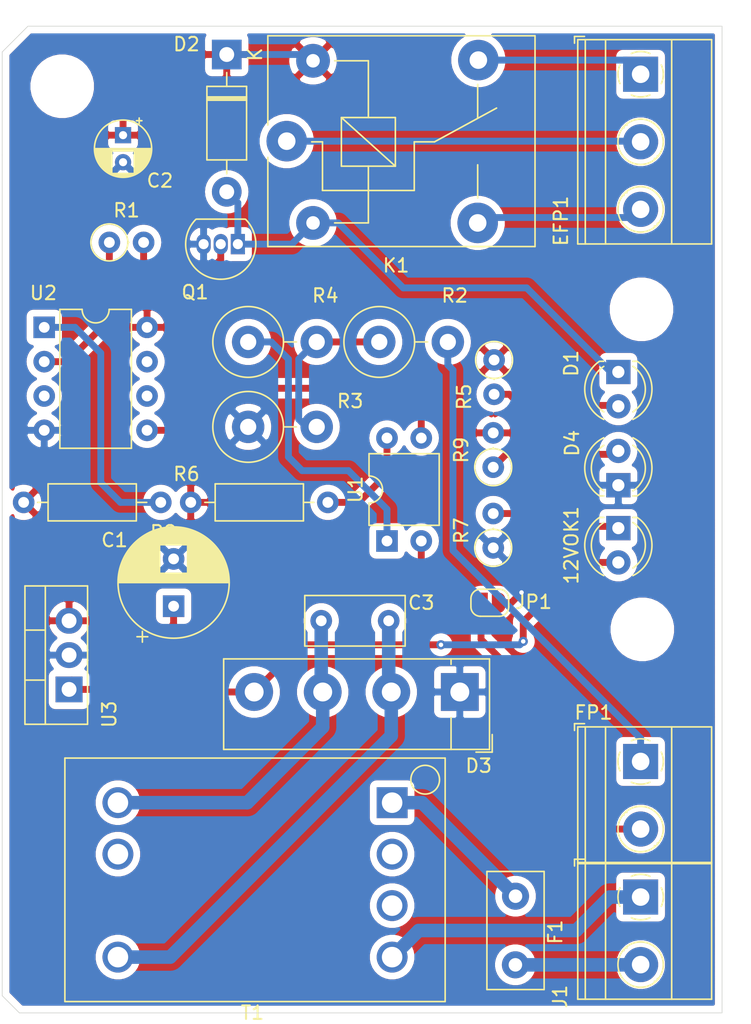
<source format=kicad_pcb>
(kicad_pcb (version 20171130) (host pcbnew "(5.1.4)-1")
  (layers (0 F.Cu signal) (31 B.Cu signal) (34 B.Paste user) (35 F.Paste user) (36 B.SilkS user) (37 F.SilkS user) (38 B.Mask user) (39 F.Mask user) (44 Edge.Cuts user))
  (net 0 "")
  (net 1 "Net-(12VOK1-Pad1)")
  (net 2 +12V)
  (net 3 GND)
  (net 4 +5V)
  (net 5 "Net-(D1-Pad2)")
  (net 6 "Net-(D1-Pad1)")
  (net 7 /ACN)
  (net 8 /ACL)
  (net 9 "Net-(D4-Pad2)")
  (net 10 "Net-(EFP1-Pad1)")
  (net 11 "Net-(EFP1-Pad2)")
  (net 12 "Net-(EFP1-Pad3)")
  (net 13 "Net-(FP1-Pad1)")
  (net 14 "Net-(FP1-Pad2)")
  (net 15 MOSI)
  (net 16 Reset)
  (net 17 "Net-(Q1-Pad2)")
  (net 18 /Relay)
  (net 19 "Net-(R2-Pad1)")
  (net 20 "Net-(R4-Pad1)")
  (net 21 "Net-(R6-Pad1)")
  (net 22 /ACL_2)
  (net 23 /ACN_2)
  (net 24 "Net-(F1-Pad1)")
  (module MountingHole:MountingHole_3.7mm (layer F.Cu) (at 99.695 67.945)
    (fp_text reference REF** hide)
    (fp_text value MountingHole_3.7mm hide)
    (pad 1 np_thru_hole circle (at 0 0) (size 3.7 3.7) (drill 3.7) (layers *.Cu *.Mask))
  )
  (module MountingHole:MountingHole_3.7mm (layer F.Cu) (at 142.6845 108.1405)
    (fp_text reference REF** hide)
    (fp_text value MountingHole_3.7mm)
    (pad 1 np_thru_hole circle (at 0 0) (size 3.7 3.7) (drill 3.7) (layers *.Cu *.Mask))
  )
  (module MountingHole:MountingHole_3.7mm (layer F.Cu) (at 142.621 84.455)
    (fp_text reference REF** hide)
    (fp_text value MountingHole_3.7mm)
    (pad 1 np_thru_hole circle (at 0 0) (size 3.7 3.7) (drill 3.7) (layers *.Cu *.Mask))
  )
  (module LED_THT:LED_D4.0mm (layer F.Cu) (at 140.9065 100.6475 270)
    (fp_text reference 12VOK1 (at 1.27 3.479499 90) (layer F.SilkS))
    (fp_text value Blue)
    (pad 1 thru_hole rect (at 0 0 270) (size 1.8 1.8) (drill 0.9) (layers *.Cu *.Mask) (net 1 "Net-(12VOK1-Pad1)"))
    (pad 2 thru_hole circle (at 2.54 0 270) (size 1.8 1.8) (drill 0.9) (layers *.Cu *.Mask) (net 2 +12V))
  )
  (module Capacitor_THT:CP_Radial_D8.0mm_P3.50mm (layer F.Cu) (at 107.95 106.426 90)
    (fp_text reference C1 (at 4.8895 -4.3815 180) (layer F.SilkS))
    (fp_text value "100uF 35V")
    (pad 1 thru_hole rect (at 0 0 90) (size 1.6 1.6) (drill 0.8) (layers *.Cu *.Mask) (net 2 +12V))
    (pad 2 thru_hole circle (at 3.5 0 90) (size 1.6 1.6) (drill 0.8) (layers *.Cu *.Mask) (net 3 GND))
  )
  (module Capacitor_THT:CP_Radial_D4.0mm_P2.00mm (layer F.Cu) (at 104.2035 71.5645 270)
    (fp_text reference C2 (at 3.3655 -2.7305 180) (layer F.SilkS))
    (fp_text value "10uF 35V")
    (pad 1 thru_hole rect (at 0 0 270) (size 1.2 1.2) (drill 0.6) (layers *.Cu *.Mask) (net 4 +5V))
    (pad 2 thru_hole circle (at 2 0 270) (size 1.2 1.2) (drill 0.6) (layers *.Cu *.Mask) (net 3 GND))
  )
  (module LED_THT:LED_D4.0mm (layer F.Cu) (at 140.9065 89.0905 270)
    (fp_text reference D1 (at -0.635 3.4925 90) (layer F.SilkS))
    (fp_text value Red)
    (pad 2 thru_hole circle (at 2.54 0 270) (size 1.8 1.8) (drill 0.9) (layers *.Cu *.Mask) (net 5 "Net-(D1-Pad2)"))
    (pad 1 thru_hole rect (at 0 0 270) (size 1.8 1.8) (drill 0.9) (layers *.Cu *.Mask) (net 6 "Net-(D1-Pad1)"))
  )
  (module Diode_THT:D_DO-41_SOD81_P10.16mm_Horizontal (layer F.Cu) (at 111.887 65.5955 270)
    (fp_text reference D2 (at -0.762 2.9845 180) (layer F.SilkS))
    (fp_text value 1N4001)
    (fp_text user K (at 0 -2.1 90) (layer F.SilkS))
    (pad 1 thru_hole rect (at 0 0 270) (size 2.2 2.2) (drill 1.1) (layers *.Cu *.Mask) (net 4 +5V))
    (pad 2 thru_hole oval (at 10.16 0 270) (size 2.2 2.2) (drill 1.1) (layers *.Cu *.Mask) (net 6 "Net-(D1-Pad1)"))
  )
  (module Diode_THT:Diode_Bridge_Vishay_KBL (layer F.Cu) (at 129.159 112.776 180)
    (fp_text reference D3 (at -1.397 -5.461) (layer F.SilkS))
    (fp_text value D_Bridge_-AA+)
    (pad 4 thru_hole circle (at 15.24 0 180) (size 2.8 2.8) (drill 1.4) (layers *.Cu *.Mask) (net 2 +12V))
    (pad 3 thru_hole circle (at 10.16 0 180) (size 2.8 2.8) (drill 1.4) (layers *.Cu *.Mask) (net 23 /ACN_2))
    (pad 2 thru_hole circle (at 5.08 0 180) (size 2.8 2.8) (drill 1.4) (layers *.Cu *.Mask) (net 22 /ACL_2))
    (pad 1 thru_hole rect (at 0 0 180) (size 2.8 2.8) (drill 1.4) (layers *.Cu *.Mask) (net 3 GND))
  )
  (module LED_THT:LED_D4.0mm (layer F.Cu) (at 140.9065 97.4725 90)
    (fp_text reference D4 (at 3.1115 -3.429 90) (layer F.SilkS))
    (fp_text value Green)
    (pad 1 thru_hole rect (at 0 0 90) (size 1.8 1.8) (drill 0.9) (layers *.Cu *.Mask) (net 3 GND))
    (pad 2 thru_hole circle (at 2.54 0 90) (size 1.8 1.8) (drill 0.9) (layers *.Cu *.Mask) (net 9 "Net-(D4-Pad2)"))
  )
  (module TerminalBlock_Phoenix:TerminalBlock_Phoenix_MKDS-1,5-3_1x03_P5.00mm_Horizontal (layer F.Cu) (at 142.5575 67.056 270)
    (fp_text reference EFP1 (at 10.8585 5.9055 90) (layer F.SilkS))
    (fp_text value Output)
    (pad 1 thru_hole rect (at 0 0 270) (size 2.6 2.6) (drill 1.3) (layers *.Cu *.Mask) (net 10 "Net-(EFP1-Pad1)"))
    (pad 2 thru_hole circle (at 5 0 270) (size 2.6 2.6) (drill 1.3) (layers *.Cu *.Mask) (net 11 "Net-(EFP1-Pad2)"))
    (pad 3 thru_hole circle (at 10 0 270) (size 2.6 2.6) (drill 1.3) (layers *.Cu *.Mask) (net 12 "Net-(EFP1-Pad3)"))
  )
  (module TerminalBlock_Phoenix:TerminalBlock_Phoenix_MKDS-1,5-2_1x02_P5.00mm_Horizontal (layer F.Cu) (at 142.5575 117.9195 270)
    (fp_text reference FP1 (at -3.6195 3.4925 180) (layer F.SilkS))
    (fp_text value Input)
    (pad 1 thru_hole rect (at 0 0 270) (size 2.6 2.6) (drill 1.3) (layers *.Cu *.Mask) (net 13 "Net-(FP1-Pad1)"))
    (pad 2 thru_hole circle (at 5 0 270) (size 2.6 2.6) (drill 1.3) (layers *.Cu *.Mask) (net 14 "Net-(FP1-Pad2)"))
  )
  (module TerminalBlock_Phoenix:TerminalBlock_Phoenix_MKDS-1,5-2_1x02_P5.00mm_Horizontal (layer F.Cu) (at 142.5575 127.9525 270)
    (fp_text reference J1 (at 7.366 5.969 90) (layer F.SilkS))
    (fp_text value AC_IN)
    (pad 2 thru_hole circle (at 5 0 270) (size 2.6 2.6) (drill 1.3) (layers *.Cu *.Mask) (net 8 /ACL))
    (pad 1 thru_hole rect (at 0 0 270) (size 2.6 2.6) (drill 1.3) (layers *.Cu *.Mask) (net 7 /ACN))
  )
  (module Jumper:SolderJumper-2_P1.3mm_Open_RoundedPad1.0x1.5mm (layer F.Cu) (at 131.3815 106.172)
    (fp_text reference JP1 (at 3.2385 -0.0635) (layer F.SilkS))
    (fp_text value GROUND)
    (pad 1 smd custom (at -0.65 0) (size 1 0.5) (layers F.Cu F.Mask) (net 14 "Net-(FP1-Pad2)") (options (clearance outline) (anchor rect)) (primitives (gr_circle (center 0 0.25) (end 0.5 0.25) (width 0)) (gr_circle (center 0 -0.25) (end 0.5 -0.25) (width 0)) (gr_poly (pts (xy 0 -0.75) (xy 0.5 -0.75) (xy 0.5 0.75) (xy 0 0.75)) (width 0))))
    (pad 2 smd custom (at 0.65 0) (size 1 0.5) (layers F.Cu F.Mask) (net 3 GND) (options (clearance outline) (anchor rect)) (primitives (gr_circle (center 0 0.25) (end 0.5 0.25) (width 0)) (gr_circle (center 0 -0.25) (end 0.5 -0.25) (width 0)) (gr_poly (pts (xy 0 -0.75) (xy -0.5 -0.75) (xy -0.5 0.75) (xy 0 0.75)) (width 0))))
  )
  (module Relay_THT:Relay_SPDT_SANYOU_SRD_Series_Form_C (layer F.Cu) (at 116.332 72.009)
    (fp_text reference K1 (at 8.1 9.2) (layer F.SilkS))
    (fp_text value SANYOU_SRD_Form_C)
    (pad 2 thru_hole circle (at 1.95 6.05 90) (size 2.5 2.5) (drill 1) (layers *.Cu *.Mask) (net 6 "Net-(D1-Pad1)"))
    (pad 3 thru_hole circle (at 14.15 6.05 90) (size 3 3) (drill 1.3) (layers *.Cu *.Mask) (net 12 "Net-(EFP1-Pad3)"))
    (pad 4 thru_hole circle (at 14.2 -6 90) (size 3 3) (drill 1.3) (layers *.Cu *.Mask) (net 10 "Net-(EFP1-Pad1)"))
    (pad 5 thru_hole circle (at 1.95 -5.95 90) (size 2.5 2.5) (drill 1) (layers *.Cu *.Mask) (net 4 +5V))
    (pad 1 thru_hole circle (at 0 0 90) (size 3 3) (drill 1.3) (layers *.Cu *.Mask) (net 11 "Net-(EFP1-Pad2)"))
  )
  (module Package_TO_SOT_THT:TO-92_Inline (layer F.Cu) (at 112.7125 79.629 180)
    (fp_text reference Q1 (at 3.175 -3.56) (layer F.SilkS))
    (fp_text value BC547)
    (pad 2 thru_hole oval (at 1.27 0 180) (size 1.05 1.5) (drill 0.75) (layers *.Cu *.Mask) (net 17 "Net-(Q1-Pad2)"))
    (pad 3 thru_hole oval (at 2.54 0 180) (size 1.05 1.5) (drill 0.75) (layers *.Cu *.Mask) (net 3 GND))
    (pad 1 thru_hole rect (at 0 0 180) (size 1.05 1.5) (drill 0.75) (layers *.Cu *.Mask) (net 6 "Net-(D1-Pad1)"))
  )
  (module Resistor_THT:R_Axial_DIN0516_L15.5mm_D5.0mm_P5.08mm_Vertical (layer F.Cu) (at 123.19 86.868)
    (fp_text reference R2 (at 5.588 -3.429) (layer F.SilkS))
    (fp_text value "2K 1/2W")
    (pad 1 thru_hole circle (at 0 0) (size 2.4 2.4) (drill 1.2) (layers *.Cu *.Mask) (net 19 "Net-(R2-Pad1)"))
    (pad 2 thru_hole oval (at 5.08 0) (size 2.4 2.4) (drill 1.2) (layers *.Cu *.Mask) (net 13 "Net-(FP1-Pad1)"))
  )
  (module Resistor_THT:R_Axial_DIN0207_L6.3mm_D2.5mm_P2.54mm_Vertical (layer F.Cu) (at 131.699 88.2015 270)
    (fp_text reference R5 (at 2.7305 2.2225 90) (layer F.SilkS))
    (fp_text value 330)
    (pad 2 thru_hole oval (at 2.54 0 270) (size 1.6 1.6) (drill 0.8) (layers *.Cu *.Mask) (net 5 "Net-(D1-Pad2)"))
    (pad 1 thru_hole circle (at 0 0 270) (size 1.6 1.6) (drill 0.8) (layers *.Cu *.Mask) (net 4 +5V))
  )
  (module Resistor_THT:R_Axial_DIN0207_L6.3mm_D2.5mm_P10.16mm_Horizontal (layer F.Cu) (at 119.38 98.7425 180)
    (fp_text reference R6 (at 10.4775 2.0955) (layer F.SilkS))
    (fp_text value 4.7K)
    (pad 2 thru_hole oval (at 10.16 0 180) (size 1.6 1.6) (drill 0.8) (layers *.Cu *.Mask) (net 4 +5V))
    (pad 1 thru_hole circle (at 0 0 180) (size 1.6 1.6) (drill 0.8) (layers *.Cu *.Mask) (net 21 "Net-(R6-Pad1)"))
  )
  (module Resistor_THT:R_Axial_DIN0207_L6.3mm_D2.5mm_P2.54mm_Vertical (layer F.Cu) (at 131.6355 102.108 90)
    (fp_text reference R7 (at 1.27 -2.37 90) (layer F.SilkS))
    (fp_text value 330)
    (pad 1 thru_hole circle (at 0 0 90) (size 1.6 1.6) (drill 0.8) (layers *.Cu *.Mask) (net 3 GND))
    (pad 2 thru_hole oval (at 2.54 0 90) (size 1.6 1.6) (drill 0.8) (layers *.Cu *.Mask) (net 1 "Net-(12VOK1-Pad1)"))
  )
  (module Resistor_THT:R_Axial_DIN0207_L6.3mm_D2.5mm_P10.16mm_Horizontal (layer F.Cu) (at 96.8375 98.7425)
    (fp_text reference R8 (at 10.3505 2.2225) (layer F.SilkS))
    (fp_text value 10K)
    (pad 1 thru_hole circle (at 0 0) (size 1.6 1.6) (drill 0.8) (layers *.Cu *.Mask) (net 4 +5V))
    (pad 2 thru_hole oval (at 10.16 0) (size 1.6 1.6) (drill 0.8) (layers *.Cu *.Mask) (net 16 Reset))
  )
  (module Resistor_THT:R_Axial_DIN0207_L6.3mm_D2.5mm_P2.54mm_Vertical (layer F.Cu) (at 131.6355 96.139 90)
    (fp_text reference R9 (at 1.27 -2.37 90) (layer F.SilkS))
    (fp_text value 330)
    (pad 1 thru_hole circle (at 0 0 90) (size 1.6 1.6) (drill 0.8) (layers *.Cu *.Mask) (net 9 "Net-(D4-Pad2)"))
    (pad 2 thru_hole oval (at 2.54 0 90) (size 1.6 1.6) (drill 0.8) (layers *.Cu *.Mask) (net 4 +5V))
  )
  (module Package_DIP:DIP-4_W7.62mm (layer F.Cu) (at 123.7615 101.6 90)
    (fp_text reference U1 (at 3.81 -2.33 90) (layer F.SilkS))
    (fp_text value PC817)
    (pad 1 thru_hole rect (at 0 0 90) (size 1.6 1.6) (drill 0.8) (layers *.Cu *.Mask) (net 20 "Net-(R4-Pad1)"))
    (pad 3 thru_hole oval (at 7.62 2.54 90) (size 1.6 1.6) (drill 0.8) (layers *.Cu *.Mask) (net 15 MOSI))
    (pad 2 thru_hole oval (at 0 2.54 90) (size 1.6 1.6) (drill 0.8) (layers *.Cu *.Mask) (net 14 "Net-(FP1-Pad2)"))
    (pad 4 thru_hole oval (at 7.62 0 90) (size 1.6 1.6) (drill 0.8) (layers *.Cu *.Mask) (net 21 "Net-(R6-Pad1)"))
  )
  (module Package_DIP:DIP-8_W7.62mm (layer F.Cu) (at 98.3615 85.7885)
    (fp_text reference U2 (at -0.0635 -2.54) (layer F.SilkS))
    (fp_text value ATtiny13-20PU)
    (pad 1 thru_hole rect (at 0 0) (size 1.6 1.6) (drill 0.8) (layers *.Cu *.Mask) (net 16 Reset))
    (pad 5 thru_hole oval (at 7.62 7.62) (size 1.6 1.6) (drill 0.8) (layers *.Cu *.Mask) (net 15 MOSI))
    (pad 2 thru_hole oval (at 0 2.54) (size 1.6 1.6) (drill 0.8) (layers *.Cu *.Mask) (net 18 /Relay))
    (pad 6 thru_hole oval (at 7.62 5.08) (size 1.6 1.6) (drill 0.8) (layers *.Cu *.Mask))
    (pad 3 thru_hole oval (at 0 5.08) (size 1.6 1.6) (drill 0.8) (layers *.Cu *.Mask))
    (pad 7 thru_hole oval (at 7.62 2.54) (size 1.6 1.6) (drill 0.8) (layers *.Cu *.Mask))
    (pad 4 thru_hole oval (at 0 7.62) (size 1.6 1.6) (drill 0.8) (layers *.Cu *.Mask) (net 3 GND))
    (pad 8 thru_hole oval (at 7.62 0) (size 1.6 1.6) (drill 0.8) (layers *.Cu *.Mask) (net 4 +5V))
  )
  (module Package_TO_SOT_THT:TO-220-3_Vertical (layer F.Cu) (at 100.203 112.5855 90)
    (fp_text reference U3 (at -1.8415 2.9845 90) (layer F.SilkS))
    (fp_text value LM7805_TO220)
    (pad 1 thru_hole rect (at 0 0 90) (size 1.905 2) (drill 1.1) (layers *.Cu *.Mask) (net 2 +12V))
    (pad 2 thru_hole oval (at 2.54 0 90) (size 1.905 2) (drill 1.1) (layers *.Cu *.Mask) (net 3 GND))
    (pad 3 thru_hole oval (at 5.08 0 90) (size 1.905 2) (drill 1.1) (layers *.Cu *.Mask) (net 4 +5V))
  )
  (module Resistor_THT:R_Axial_DIN0516_L15.5mm_D5.0mm_P5.08mm_Vertical (layer F.Cu) (at 113.4745 93.1545)
    (fp_text reference R3 (at 7.5565 -1.905) (layer F.SilkS))
    (fp_text value "1K 1/2W")
    (pad 2 thru_hole oval (at 5.08 0) (size 2.4 2.4) (drill 1.2) (layers *.Cu *.Mask) (net 19 "Net-(R2-Pad1)"))
    (pad 1 thru_hole circle (at 0 0) (size 2.4 2.4) (drill 1.2) (layers *.Cu *.Mask) (net 3 GND))
  )
  (module Resistor_THT:R_Axial_DIN0516_L15.5mm_D5.0mm_P5.08mm_Vertical (layer F.Cu) (at 113.4745 86.868)
    (fp_text reference R4 (at 5.715 -3.429) (layer F.SilkS))
    (fp_text value "10K 1/2W")
    (pad 1 thru_hole circle (at 0 0) (size 2.4 2.4) (drill 1.2) (layers *.Cu *.Mask) (net 20 "Net-(R4-Pad1)"))
    (pad 2 thru_hole oval (at 5.08 0) (size 2.4 2.4) (drill 1.2) (layers *.Cu *.Mask) (net 19 "Net-(R2-Pad1)"))
  )
  (module Capacitor_THT:C_Rect_L7.2mm_W3.5mm_P5.00mm_FKS2_FKP2_MKS2_MKP2 (layer F.Cu) (at 123.8885 107.5055 180)
    (fp_text reference C3 (at -2.413 1.3335) (layer F.SilkS))
    (fp_text value "1uF 400V")
    (pad 1 thru_hole circle (at 0 0 180) (size 1.6 1.6) (drill 0.8) (layers *.Cu *.Mask) (net 22 /ACL_2))
    (pad 2 thru_hole circle (at 5 0 180) (size 1.6 1.6) (drill 0.8) (layers *.Cu *.Mask) (net 23 /ACN_2))
  )
  (module Fuse:Fuse_Littelfuse_395Series (layer F.Cu) (at 133.2865 127.889 270)
    (fp_text reference F1 (at 2.65 -2.95 90) (layer F.SilkS))
    (fp_text value 2A)
    (pad 1 thru_hole circle (at 0 0 270) (size 2 2) (drill 1) (layers *.Cu *.Mask) (net 24 "Net-(F1-Pad1)"))
    (pad 2 thru_hole circle (at 5.08 0.01 270) (size 2 2) (drill 1) (layers *.Cu *.Mask) (net 8 /ACL))
  )
  (module Transformer_THT:Transformer_Microphone_Lundahl_LL1587 (layer F.Cu) (at 124.1425 120.9675 180)
    (fp_text reference T1 (at 10.35 -15.55) (layer F.SilkS))
    (fp_text value Transformer_1P_1S_SO8)
    (pad 1 thru_hole rect (at 0 0 180) (size 2.29 2.29) (drill 1.52) (layers *.Cu *.Mask) (net 24 "Net-(F1-Pad1)"))
    (pad 2 thru_hole circle (at 0 -3.81 180) (size 2.29 2.29) (drill 1.52) (layers *.Cu *.Mask))
    (pad 3 thru_hole circle (at 0 -7.62 180) (size 2.29 2.29) (drill 1.52) (layers *.Cu *.Mask))
    (pad 4 thru_hole circle (at 0 -11.43 180) (size 2.29 2.29) (drill 1.52) (layers *.Cu *.Mask) (net 7 /ACN))
    (pad 5 thru_hole circle (at 20.32 0 180) (size 2.29 2.29) (drill 1.52) (layers *.Cu *.Mask) (net 23 /ACN_2))
    (pad 6 thru_hole circle (at 20.32 -3.81 180) (size 2.29 2.29) (drill 1.52) (layers *.Cu *.Mask))
    (pad 8 thru_hole circle (at 20.32 -11.43 180) (size 2.29 2.29) (drill 1.52) (layers *.Cu *.Mask) (net 22 /ACL_2))
  )
  (module Resistor_THT:R_Axial_DIN0207_L6.3mm_D2.5mm_P2.54mm_Vertical (layer F.Cu) (at 103.1875 79.502)
    (fp_text reference R1 (at 1.27 -2.37) (layer F.SilkS))
    (fp_text value 10K)
    (pad 1 thru_hole circle (at 0 0) (size 1.6 1.6) (drill 0.8) (layers *.Cu *.Mask) (net 18 /Relay))
    (pad 2 thru_hole oval (at 2.54 0) (size 1.6 1.6) (drill 0.8) (layers *.Cu *.Mask) (net 17 "Net-(Q1-Pad2)"))
  )
  (gr_line (start 95.25 135.255) (end 96.52 136.525) (layer Edge.Cuts) (width 0.05))
  (gr_line (start 95.25 73.025) (end 95.25 74.295) (layer Edge.Cuts) (width 0.05))
  (gr_line (start 95.25 65.405) (end 95.25 73.025) (layer Edge.Cuts) (width 0.05))
  (gr_line (start 97.155 63.5) (end 95.25 65.405) (layer Edge.Cuts) (width 0.05))
  (gr_line (start 95.25 135.255) (end 95.25 74.295) (layer Edge.Cuts) (width 0.05))
  (gr_line (start 148.59 136.525) (end 96.52 136.525) (layer Edge.Cuts) (width 0.05))
  (gr_line (start 148.59 63.5) (end 148.59 136.525) (layer Edge.Cuts) (width 0.05))
  (gr_line (start 97.155 63.5) (end 148.59 63.5) (layer Edge.Cuts) (width 0.05))
  (segment (start 140.7795 100.5205) (end 140.9065 100.6475) (width 0.508) (layer F.Cu) (net 1))
  (segment (start 134.874 100.5205) (end 140.7795 100.5205) (width 0.508) (layer F.Cu) (net 1))
  (segment (start 131.6355 99.568) (end 133.9215 99.568) (width 0.508) (layer F.Cu) (net 1))
  (segment (start 133.9215 99.568) (end 134.874 100.5205) (width 0.508) (layer F.Cu) (net 1))
  (via (at 127.762 109.2835) (size 0.6854) (drill 0.3302) (layers F.Cu B.Cu) (net 2))
  (segment (start 113.919 112.776) (end 117.4115 109.2835) (width 0.508) (layer F.Cu) (net 2))
  (segment (start 117.4115 109.2835) (end 127.762 109.2835) (width 0.508) (layer F.Cu) (net 2))
  (via (at 133.858 109.0295) (size 0.6854) (drill 0.3302) (layers F.Cu B.Cu) (net 2))
  (segment (start 127.762 109.2835) (end 133.604 109.2835) (width 0.508) (layer B.Cu) (net 2))
  (segment (start 133.604 109.2835) (end 133.858 109.0295) (width 0.508) (layer B.Cu) (net 2))
  (segment (start 100.3935 111.887) (end 100.33 111.9505) (width 0.508) (layer F.Cu) (net 2))
  (segment (start 101.711 112.5855) (end 100.203 112.5855) (width 0.508) (layer F.Cu) (net 2))
  (segment (start 105.3845 112.5855) (end 101.711 112.5855) (width 0.508) (layer F.Cu) (net 2))
  (segment (start 107.8865 110.0835) (end 105.3845 112.5855) (width 0.508) (layer F.Cu) (net 2))
  (segment (start 107.8865 108.7755) (end 107.8865 110.0835) (width 0.508) (layer F.Cu) (net 2))
  (segment (start 110.579 112.776) (end 113.919 112.776) (width 0.508) (layer F.Cu) (net 2))
  (segment (start 107.8865 110.0835) (end 110.579 112.776) (width 0.508) (layer F.Cu) (net 2))
  (segment (start 107.8865 107.7975) (end 107.8865 108.7755) (width 0.508) (layer F.Cu) (net 2))
  (segment (start 107.95 107.734) (end 107.8865 107.7975) (width 0.508) (layer F.Cu) (net 2))
  (segment (start 107.95 106.426) (end 107.95 107.734) (width 0.508) (layer F.Cu) (net 2))
  (segment (start 138.2395 103.1875) (end 140.9065 103.1875) (width 0.508) (layer F.Cu) (net 2))
  (segment (start 133.858 109.0295) (end 133.858 107.569) (width 0.508) (layer F.Cu) (net 2))
  (segment (start 133.858 107.569) (end 138.2395 103.1875) (width 0.508) (layer F.Cu) (net 2))
  (via (at 133.731 105.41) (size 0.6854) (drill 0.3302) (layers F.Cu B.Cu) (net 3))
  (segment (start 132.0315 106.172) (end 132.969 106.172) (width 0.508) (layer F.Cu) (net 3))
  (segment (start 132.969 106.172) (end 133.731 105.41) (width 0.508) (layer F.Cu) (net 3))
  (segment (start 117.8185 65.5955) (end 118.282 66.059) (width 0.508) (layer B.Cu) (net 4))
  (segment (start 111.887 65.5955) (end 117.8185 65.5955) (width 0.508) (layer B.Cu) (net 4))
  (segment (start 140.843 91.694) (end 140.9065 91.6305) (width 0.508) (layer F.Cu) (net 5))
  (segment (start 140.843 91.567) (end 140.9065 91.6305) (width 0.508) (layer F.Cu) (net 5))
  (segment (start 133.65587 91.567) (end 140.843 91.567) (width 0.508) (layer F.Cu) (net 5))
  (segment (start 131.699 90.7415) (end 132.83037 90.7415) (width 0.508) (layer F.Cu) (net 5))
  (segment (start 132.83037 90.7415) (end 133.65587 91.567) (width 0.508) (layer F.Cu) (net 5))
  (segment (start 116.712 79.629) (end 112.7125 79.629) (width 0.508) (layer B.Cu) (net 6))
  (segment (start 118.282 78.059) (end 116.712 79.629) (width 0.508) (layer B.Cu) (net 6))
  (segment (start 112.7125 76.581) (end 112.7125 79.629) (width 0.508) (layer B.Cu) (net 6))
  (segment (start 111.887 75.7555) (end 112.7125 76.581) (width 0.508) (layer B.Cu) (net 6))
  (segment (start 120.049766 78.059) (end 118.282 78.059) (width 0.508) (layer B.Cu) (net 6))
  (segment (start 120.1595 78.059) (end 120.049766 78.059) (width 0.508) (layer B.Cu) (net 6))
  (segment (start 124.968 82.8675) (end 120.1595 78.059) (width 0.508) (layer B.Cu) (net 6))
  (segment (start 134.112 82.8675) (end 124.968 82.8675) (width 0.508) (layer B.Cu) (net 6))
  (segment (start 140.9065 89.0905) (end 140.335 89.0905) (width 0.508) (layer B.Cu) (net 6))
  (segment (start 140.335 89.0905) (end 134.112 82.8675) (width 0.508) (layer B.Cu) (net 6))
  (segment (start 140.2575 127.9525) (end 142.5575 127.9525) (width 1) (layer B.Cu) (net 7))
  (segment (start 137.781 130.429) (end 140.2575 127.9525) (width 1) (layer B.Cu) (net 7))
  (segment (start 124.1425 132.3975) (end 126.111 130.429) (width 1) (layer B.Cu) (net 7))
  (segment (start 126.111 130.429) (end 137.781 130.429) (width 1) (layer B.Cu) (net 7))
  (segment (start 142.541 132.969) (end 142.5575 132.9525) (width 1) (layer B.Cu) (net 8))
  (segment (start 133.2765 132.969) (end 142.541 132.969) (width 1) (layer B.Cu) (net 8))
  (segment (start 140.5255 95.3135) (end 140.9065 94.9325) (width 0.508) (layer F.Cu) (net 9))
  (segment (start 140.6525 95.1865) (end 140.9065 94.9325) (width 0.508) (layer F.Cu) (net 9))
  (segment (start 131.6355 96.139) (end 132.588 95.1865) (width 0.508) (layer F.Cu) (net 9))
  (segment (start 132.588 95.1865) (end 140.6525 95.1865) (width 0.508) (layer F.Cu) (net 9))
  (segment (start 141.5105 66.009) (end 142.5575 67.056) (width 0.508) (layer B.Cu) (net 10))
  (segment (start 130.532 66.009) (end 141.5105 66.009) (width 0.508) (layer B.Cu) (net 10))
  (segment (start 142.5105 72.009) (end 142.5575 72.056) (width 0.508) (layer B.Cu) (net 11))
  (segment (start 116.332 72.009) (end 142.5105 72.009) (width 0.508) (layer B.Cu) (net 11))
  (segment (start 141.953 77.6605) (end 142.5575 77.056) (width 0.508) (layer B.Cu) (net 12))
  (segment (start 130.482 78.059) (end 130.8805 77.6605) (width 0.508) (layer B.Cu) (net 12))
  (segment (start 130.8805 77.6605) (end 141.953 77.6605) (width 0.508) (layer B.Cu) (net 12))
  (segment (start 128.27 88.565056) (end 128.27 86.868) (width 0.508) (layer B.Cu) (net 13))
  (segment (start 128.651 88.946056) (end 128.27 88.565056) (width 0.508) (layer B.Cu) (net 13))
  (segment (start 128.651 102.2985) (end 128.651 88.946056) (width 0.508) (layer B.Cu) (net 13))
  (segment (start 142.5575 117.9195) (end 142.5575 116.205) (width 0.508) (layer B.Cu) (net 13))
  (segment (start 142.5575 116.205) (end 128.651 102.2985) (width 0.508) (layer B.Cu) (net 13))
  (segment (start 137.7785 122.9195) (end 142.5575 122.9195) (width 0.508) (layer F.Cu) (net 14))
  (segment (start 135.001 120.142) (end 137.7785 122.9195) (width 0.508) (layer F.Cu) (net 14))
  (segment (start 135.001 113.157) (end 135.001 120.142) (width 0.508) (layer F.Cu) (net 14))
  (segment (start 130.7315 106.172) (end 130.7315 108.8875) (width 0.508) (layer F.Cu) (net 14))
  (segment (start 130.7315 108.8875) (end 135.001 113.157) (width 0.508) (layer F.Cu) (net 14))
  (segment (start 129.032 106.172) (end 130.7315 106.172) (width 0.508) (layer F.Cu) (net 14))
  (segment (start 126.3015 101.6) (end 126.3015 103.4415) (width 0.508) (layer F.Cu) (net 14))
  (segment (start 126.3015 103.4415) (end 129.032 106.172) (width 0.508) (layer F.Cu) (net 14))
  (segment (start 108.204 93.4085) (end 105.9815 93.4085) (width 0.508) (layer F.Cu) (net 15))
  (segment (start 111.3155 90.297) (end 108.204 93.4085) (width 0.508) (layer F.Cu) (net 15))
  (segment (start 124.206 90.297) (end 111.3155 90.297) (width 0.508) (layer F.Cu) (net 15))
  (segment (start 126.3015 93.98) (end 126.3015 92.3925) (width 0.508) (layer F.Cu) (net 15))
  (segment (start 126.3015 92.3925) (end 124.206 90.297) (width 0.508) (layer F.Cu) (net 15))
  (segment (start 104.013 98.7425) (end 106.9975 98.7425) (width 0.508) (layer B.Cu) (net 16))
  (segment (start 102.5525 97.282) (end 104.013 98.7425) (width 0.508) (layer B.Cu) (net 16))
  (segment (start 102.5525 87.6935) (end 102.5525 97.282) (width 0.508) (layer B.Cu) (net 16))
  (segment (start 98.3615 85.7885) (end 100.6475 85.7885) (width 0.508) (layer B.Cu) (net 16))
  (segment (start 100.6475 85.7885) (end 102.5525 87.6935) (width 0.508) (layer B.Cu) (net 16))
  (segment (start 111.4425 80.772) (end 111.4425 79.629) (width 0.508) (layer F.Cu) (net 17))
  (segment (start 110.109 82.1055) (end 111.4425 80.772) (width 0.508) (layer F.Cu) (net 17))
  (segment (start 106.9975 82.1055) (end 110.109 82.1055) (width 0.508) (layer F.Cu) (net 17))
  (segment (start 105.7275 79.502) (end 105.7275 80.8355) (width 0.508) (layer F.Cu) (net 17))
  (segment (start 105.7275 80.8355) (end 106.9975 82.1055) (width 0.508) (layer F.Cu) (net 17))
  (segment (start 103.1875 85.217) (end 103.1875 79.502) (width 0.508) (layer F.Cu) (net 18))
  (segment (start 98.3615 88.3285) (end 100.076 88.3285) (width 0.508) (layer F.Cu) (net 18))
  (segment (start 100.076 88.3285) (end 103.1875 85.217) (width 0.508) (layer F.Cu) (net 18))
  (segment (start 118.5545 86.868) (end 123.19 86.868) (width 0.508) (layer F.Cu) (net 19))
  (segment (start 117.7925 93.1545) (end 118.5545 93.1545) (width 0.508) (layer B.Cu) (net 19))
  (segment (start 117.221 92.583) (end 117.7925 93.1545) (width 0.508) (layer B.Cu) (net 19))
  (segment (start 117.221 88.138) (end 117.221 92.583) (width 0.508) (layer B.Cu) (net 19))
  (segment (start 118.5545 86.868) (end 118.491 86.868) (width 0.508) (layer B.Cu) (net 19))
  (segment (start 118.491 86.868) (end 117.221 88.138) (width 0.508) (layer B.Cu) (net 19))
  (segment (start 115.189 86.868) (end 113.4745 86.868) (width 0.508) (layer B.Cu) (net 20))
  (segment (start 123.7615 99.2505) (end 120.904 96.393) (width 0.508) (layer B.Cu) (net 20))
  (segment (start 123.7615 101.6) (end 123.7615 99.2505) (width 0.508) (layer B.Cu) (net 20))
  (segment (start 120.904 96.393) (end 117.475 96.393) (width 0.508) (layer B.Cu) (net 20))
  (segment (start 117.475 96.393) (end 116.459 95.377) (width 0.508) (layer B.Cu) (net 20))
  (segment (start 116.459 95.377) (end 116.459 88.138) (width 0.508) (layer B.Cu) (net 20))
  (segment (start 116.459 88.138) (end 115.189 86.868) (width 0.508) (layer B.Cu) (net 20))
  (segment (start 123.7615 96.647) (end 123.7615 93.98) (width 0.508) (layer F.Cu) (net 21))
  (segment (start 119.38 98.7425) (end 121.666 98.7425) (width 0.508) (layer F.Cu) (net 21))
  (segment (start 121.666 98.7425) (end 123.7615 96.647) (width 0.508) (layer F.Cu) (net 21))
  (segment (start 123.8885 112.5855) (end 124.079 112.776) (width 1) (layer B.Cu) (net 22))
  (segment (start 123.8885 107.5055) (end 123.8885 112.5855) (width 1) (layer B.Cu) (net 22))
  (segment (start 124.079 116.0145) (end 124.079 112.776) (width 1) (layer B.Cu) (net 22))
  (segment (start 103.8225 132.3975) (end 107.696 132.3975) (width 1) (layer B.Cu) (net 22))
  (segment (start 107.696 132.3975) (end 124.079 116.0145) (width 1) (layer B.Cu) (net 22))
  (segment (start 118.8885 112.6655) (end 118.999 112.776) (width 1) (layer B.Cu) (net 23))
  (segment (start 118.8885 107.5055) (end 118.8885 112.6655) (width 1) (layer B.Cu) (net 23))
  (segment (start 118.999 115.3795) (end 118.999 112.776) (width 1) (layer B.Cu) (net 23))
  (segment (start 103.8225 120.9675) (end 113.411 120.9675) (width 1) (layer B.Cu) (net 23))
  (segment (start 113.411 120.9675) (end 118.999 115.3795) (width 1) (layer B.Cu) (net 23))
  (segment (start 126.365 120.9675) (end 124.1425 120.9675) (width 1) (layer B.Cu) (net 24))
  (segment (start 133.2865 127.889) (end 126.365 120.9675) (width 1) (layer B.Cu) (net 24))
  (zone (net 4) (net_name +5V) (layer F.Cu) (connect_pads (clearance 0.508)) (min_thickness 0.254) (fill yes (arc_segments 32) (thermal_gap 0.508) (thermal_bridge_width 0.508))
    (polygon (pts (xy 95.3135 65.405) (xy 97.155 63.5635) (xy 148.5265 63.5635) (xy 148.5265 136.4615) (xy 96.52 136.4615) (xy 95.3135 135.255)))
  )
  (zone (net 3) (net_name GND) (layer B.Cu) (connect_pads (clearance 0.508)) (min_thickness 0.254) (fill yes (arc_segments 32) (thermal_gap 0.508) (thermal_bridge_width 0.508))
    (polygon (pts (xy 95.3135 65.405) (xy 97.155 63.5635) (xy 148.5265 63.5635) (xy 148.5265 136.4615) (xy 96.52 136.4615) (xy 95.3135 135.255)))
  )
)
</source>
